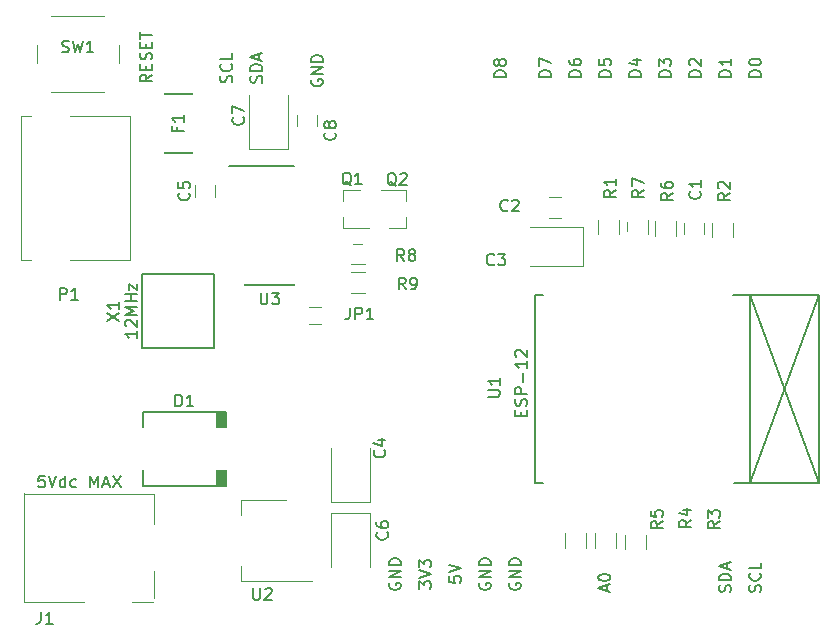
<source format=gto>
G04 #@! TF.GenerationSoftware,KiCad,Pcbnew,(2017-11-08 revision cd21218)-HEAD*
G04 #@! TF.CreationDate,2018-02-07T17:00:12+02:00*
G04 #@! TF.ProjectId,esp8266_uno,657370383236365F756E6F2E6B696361,rev?*
G04 #@! TF.SameCoordinates,Original*
G04 #@! TF.FileFunction,Legend,Top*
G04 #@! TF.FilePolarity,Positive*
%FSLAX46Y46*%
G04 Gerber Fmt 4.6, Leading zero omitted, Abs format (unit mm)*
G04 Created by KiCad (PCBNEW (2017-11-08 revision cd21218)-HEAD) date Wed Feb  7 17:00:12 2018*
%MOMM*%
%LPD*%
G01*
G04 APERTURE LIST*
%ADD10C,0.150000*%
%ADD11C,0.177800*%
%ADD12C,0.152400*%
%ADD13C,0.120000*%
%ADD14R,2.398980X3.597860*%
%ADD15O,1.500000X2.800000*%
%ADD16R,1.500000X2.800000*%
%ADD17R,3.900000X3.900000*%
%ADD18O,2.000000X2.000000*%
%ADD19R,2.000000X2.000000*%
%ADD20C,1.920000*%
%ADD21C,3.100000*%
%ADD22C,3.600000*%
%ADD23R,1.650000X1.900000*%
%ADD24R,1.900000X1.650000*%
%ADD25R,1.600000X1.300000*%
%ADD26R,1.300000X1.200000*%
%ADD27R,1.700000X1.900000*%
%ADD28R,2.400000X4.200000*%
%ADD29R,2.400000X1.900000*%
%ADD30R,1.900000X1.000000*%
%ADD31R,5.500000X1.200000*%
%ADD32R,5.500000X1.700000*%
%ADD33C,2.400000*%
%ADD34R,2.350000X2.900000*%
%ADD35R,2.900000X2.350000*%
%ADD36R,1.860000X5.240000*%
%ADD37R,1.900000X1.700000*%
G04 APERTURE END LIST*
D10*
X132535561Y-85948685D02*
X132583180Y-85805828D01*
X132583180Y-85567733D01*
X132535561Y-85472495D01*
X132487942Y-85424876D01*
X132392704Y-85377257D01*
X132297466Y-85377257D01*
X132202228Y-85424876D01*
X132154609Y-85472495D01*
X132106990Y-85567733D01*
X132059371Y-85758209D01*
X132011752Y-85853447D01*
X131964133Y-85901066D01*
X131868895Y-85948685D01*
X131773657Y-85948685D01*
X131678419Y-85901066D01*
X131630800Y-85853447D01*
X131583180Y-85758209D01*
X131583180Y-85520114D01*
X131630800Y-85377257D01*
X132583180Y-84948685D02*
X131583180Y-84948685D01*
X131583180Y-84710590D01*
X131630800Y-84567733D01*
X131726038Y-84472495D01*
X131821276Y-84424876D01*
X132011752Y-84377257D01*
X132154609Y-84377257D01*
X132345085Y-84424876D01*
X132440323Y-84472495D01*
X132535561Y-84567733D01*
X132583180Y-84710590D01*
X132583180Y-84948685D01*
X132297466Y-83996304D02*
X132297466Y-83520114D01*
X132583180Y-84091542D02*
X131583180Y-83758209D01*
X132583180Y-83424876D01*
X129995561Y-85924876D02*
X130043180Y-85782019D01*
X130043180Y-85543923D01*
X129995561Y-85448685D01*
X129947942Y-85401066D01*
X129852704Y-85353447D01*
X129757466Y-85353447D01*
X129662228Y-85401066D01*
X129614609Y-85448685D01*
X129566990Y-85543923D01*
X129519371Y-85734400D01*
X129471752Y-85829638D01*
X129424133Y-85877257D01*
X129328895Y-85924876D01*
X129233657Y-85924876D01*
X129138419Y-85877257D01*
X129090800Y-85829638D01*
X129043180Y-85734400D01*
X129043180Y-85496304D01*
X129090800Y-85353447D01*
X129947942Y-84353447D02*
X129995561Y-84401066D01*
X130043180Y-84543923D01*
X130043180Y-84639161D01*
X129995561Y-84782019D01*
X129900323Y-84877257D01*
X129805085Y-84924876D01*
X129614609Y-84972495D01*
X129471752Y-84972495D01*
X129281276Y-84924876D01*
X129186038Y-84877257D01*
X129090800Y-84782019D01*
X129043180Y-84639161D01*
X129043180Y-84543923D01*
X129090800Y-84401066D01*
X129138419Y-84353447D01*
X130043180Y-83448685D02*
X130043180Y-83924876D01*
X129043180Y-83924876D01*
X136787000Y-85699504D02*
X136739380Y-85794742D01*
X136739380Y-85937600D01*
X136787000Y-86080457D01*
X136882238Y-86175695D01*
X136977476Y-86223314D01*
X137167952Y-86270933D01*
X137310809Y-86270933D01*
X137501285Y-86223314D01*
X137596523Y-86175695D01*
X137691761Y-86080457D01*
X137739380Y-85937600D01*
X137739380Y-85842361D01*
X137691761Y-85699504D01*
X137644142Y-85651885D01*
X137310809Y-85651885D01*
X137310809Y-85842361D01*
X137739380Y-85223314D02*
X136739380Y-85223314D01*
X137739380Y-84651885D01*
X136739380Y-84651885D01*
X137739380Y-84175695D02*
X136739380Y-84175695D01*
X136739380Y-83937600D01*
X136787000Y-83794742D01*
X136882238Y-83699504D01*
X136977476Y-83651885D01*
X137167952Y-83604266D01*
X137310809Y-83604266D01*
X137501285Y-83651885D01*
X137596523Y-83699504D01*
X137691761Y-83794742D01*
X137739380Y-83937600D01*
X137739380Y-84175695D01*
X153551000Y-128320704D02*
X153503380Y-128415942D01*
X153503380Y-128558800D01*
X153551000Y-128701657D01*
X153646238Y-128796895D01*
X153741476Y-128844514D01*
X153931952Y-128892133D01*
X154074809Y-128892133D01*
X154265285Y-128844514D01*
X154360523Y-128796895D01*
X154455761Y-128701657D01*
X154503380Y-128558800D01*
X154503380Y-128463561D01*
X154455761Y-128320704D01*
X154408142Y-128273085D01*
X154074809Y-128273085D01*
X154074809Y-128463561D01*
X154503380Y-127844514D02*
X153503380Y-127844514D01*
X154503380Y-127273085D01*
X153503380Y-127273085D01*
X154503380Y-126796895D02*
X153503380Y-126796895D01*
X153503380Y-126558800D01*
X153551000Y-126415942D01*
X153646238Y-126320704D01*
X153741476Y-126273085D01*
X153931952Y-126225466D01*
X154074809Y-126225466D01*
X154265285Y-126273085D01*
X154360523Y-126320704D01*
X154455761Y-126415942D01*
X154503380Y-126558800D01*
X154503380Y-126796895D01*
X151011000Y-128320704D02*
X150963380Y-128415942D01*
X150963380Y-128558800D01*
X151011000Y-128701657D01*
X151106238Y-128796895D01*
X151201476Y-128844514D01*
X151391952Y-128892133D01*
X151534809Y-128892133D01*
X151725285Y-128844514D01*
X151820523Y-128796895D01*
X151915761Y-128701657D01*
X151963380Y-128558800D01*
X151963380Y-128463561D01*
X151915761Y-128320704D01*
X151868142Y-128273085D01*
X151534809Y-128273085D01*
X151534809Y-128463561D01*
X151963380Y-127844514D02*
X150963380Y-127844514D01*
X151963380Y-127273085D01*
X150963380Y-127273085D01*
X151963380Y-126796895D02*
X150963380Y-126796895D01*
X150963380Y-126558800D01*
X151011000Y-126415942D01*
X151106238Y-126320704D01*
X151201476Y-126273085D01*
X151391952Y-126225466D01*
X151534809Y-126225466D01*
X151725285Y-126273085D01*
X151820523Y-126320704D01*
X151915761Y-126415942D01*
X151963380Y-126558800D01*
X151963380Y-126796895D01*
X148423380Y-127749276D02*
X148423380Y-128225466D01*
X148899571Y-128273085D01*
X148851952Y-128225466D01*
X148804333Y-128130228D01*
X148804333Y-127892133D01*
X148851952Y-127796895D01*
X148899571Y-127749276D01*
X148994809Y-127701657D01*
X149232904Y-127701657D01*
X149328142Y-127749276D01*
X149375761Y-127796895D01*
X149423380Y-127892133D01*
X149423380Y-128130228D01*
X149375761Y-128225466D01*
X149328142Y-128273085D01*
X148423380Y-127415942D02*
X149423380Y-127082609D01*
X148423380Y-126749276D01*
X145883380Y-128796895D02*
X145883380Y-128177847D01*
X146264333Y-128511180D01*
X146264333Y-128368323D01*
X146311952Y-128273085D01*
X146359571Y-128225466D01*
X146454809Y-128177847D01*
X146692904Y-128177847D01*
X146788142Y-128225466D01*
X146835761Y-128273085D01*
X146883380Y-128368323D01*
X146883380Y-128654038D01*
X146835761Y-128749276D01*
X146788142Y-128796895D01*
X145883380Y-127892133D02*
X146883380Y-127558800D01*
X145883380Y-127225466D01*
X145883380Y-126987371D02*
X145883380Y-126368323D01*
X146264333Y-126701657D01*
X146264333Y-126558800D01*
X146311952Y-126463561D01*
X146359571Y-126415942D01*
X146454809Y-126368323D01*
X146692904Y-126368323D01*
X146788142Y-126415942D01*
X146835761Y-126463561D01*
X146883380Y-126558800D01*
X146883380Y-126844514D01*
X146835761Y-126939752D01*
X146788142Y-126987371D01*
X143391000Y-128320704D02*
X143343380Y-128415942D01*
X143343380Y-128558800D01*
X143391000Y-128701657D01*
X143486238Y-128796895D01*
X143581476Y-128844514D01*
X143771952Y-128892133D01*
X143914809Y-128892133D01*
X144105285Y-128844514D01*
X144200523Y-128796895D01*
X144295761Y-128701657D01*
X144343380Y-128558800D01*
X144343380Y-128463561D01*
X144295761Y-128320704D01*
X144248142Y-128273085D01*
X143914809Y-128273085D01*
X143914809Y-128463561D01*
X144343380Y-127844514D02*
X143343380Y-127844514D01*
X144343380Y-127273085D01*
X143343380Y-127273085D01*
X144343380Y-126796895D02*
X143343380Y-126796895D01*
X143343380Y-126558800D01*
X143391000Y-126415942D01*
X143486238Y-126320704D01*
X143581476Y-126273085D01*
X143771952Y-126225466D01*
X143914809Y-126225466D01*
X144105285Y-126273085D01*
X144200523Y-126320704D01*
X144295761Y-126415942D01*
X144343380Y-126558800D01*
X144343380Y-126796895D01*
X161761466Y-128984285D02*
X161761466Y-128508095D01*
X162047180Y-129079523D02*
X161047180Y-128746190D01*
X162047180Y-128412857D01*
X161047180Y-127889047D02*
X161047180Y-127793809D01*
X161094800Y-127698571D01*
X161142419Y-127650952D01*
X161237657Y-127603333D01*
X161428133Y-127555714D01*
X161666228Y-127555714D01*
X161856704Y-127603333D01*
X161951942Y-127650952D01*
X161999561Y-127698571D01*
X162047180Y-127793809D01*
X162047180Y-127889047D01*
X161999561Y-127984285D01*
X161951942Y-128031904D01*
X161856704Y-128079523D01*
X161666228Y-128127142D01*
X161428133Y-128127142D01*
X161237657Y-128079523D01*
X161142419Y-128031904D01*
X161094800Y-127984285D01*
X161047180Y-127889047D01*
X174750361Y-129054076D02*
X174797980Y-128911219D01*
X174797980Y-128673123D01*
X174750361Y-128577885D01*
X174702742Y-128530266D01*
X174607504Y-128482647D01*
X174512266Y-128482647D01*
X174417028Y-128530266D01*
X174369409Y-128577885D01*
X174321790Y-128673123D01*
X174274171Y-128863600D01*
X174226552Y-128958838D01*
X174178933Y-129006457D01*
X174083695Y-129054076D01*
X173988457Y-129054076D01*
X173893219Y-129006457D01*
X173845600Y-128958838D01*
X173797980Y-128863600D01*
X173797980Y-128625504D01*
X173845600Y-128482647D01*
X174702742Y-127482647D02*
X174750361Y-127530266D01*
X174797980Y-127673123D01*
X174797980Y-127768361D01*
X174750361Y-127911219D01*
X174655123Y-128006457D01*
X174559885Y-128054076D01*
X174369409Y-128101695D01*
X174226552Y-128101695D01*
X174036076Y-128054076D01*
X173940838Y-128006457D01*
X173845600Y-127911219D01*
X173797980Y-127768361D01*
X173797980Y-127673123D01*
X173845600Y-127530266D01*
X173893219Y-127482647D01*
X174797980Y-126577885D02*
X174797980Y-127054076D01*
X173797980Y-127054076D01*
X172210361Y-129077885D02*
X172257980Y-128935028D01*
X172257980Y-128696933D01*
X172210361Y-128601695D01*
X172162742Y-128554076D01*
X172067504Y-128506457D01*
X171972266Y-128506457D01*
X171877028Y-128554076D01*
X171829409Y-128601695D01*
X171781790Y-128696933D01*
X171734171Y-128887409D01*
X171686552Y-128982647D01*
X171638933Y-129030266D01*
X171543695Y-129077885D01*
X171448457Y-129077885D01*
X171353219Y-129030266D01*
X171305600Y-128982647D01*
X171257980Y-128887409D01*
X171257980Y-128649314D01*
X171305600Y-128506457D01*
X172257980Y-128077885D02*
X171257980Y-128077885D01*
X171257980Y-127839790D01*
X171305600Y-127696933D01*
X171400838Y-127601695D01*
X171496076Y-127554076D01*
X171686552Y-127506457D01*
X171829409Y-127506457D01*
X172019885Y-127554076D01*
X172115123Y-127601695D01*
X172210361Y-127696933D01*
X172257980Y-127839790D01*
X172257980Y-128077885D01*
X171972266Y-127125504D02*
X171972266Y-126649314D01*
X172257980Y-127220742D02*
X171257980Y-126887409D01*
X172257980Y-126554076D01*
X153207980Y-85472495D02*
X152207980Y-85472495D01*
X152207980Y-85234400D01*
X152255600Y-85091542D01*
X152350838Y-84996304D01*
X152446076Y-84948685D01*
X152636552Y-84901066D01*
X152779409Y-84901066D01*
X152969885Y-84948685D01*
X153065123Y-84996304D01*
X153160361Y-85091542D01*
X153207980Y-85234400D01*
X153207980Y-85472495D01*
X152636552Y-84329638D02*
X152588933Y-84424876D01*
X152541314Y-84472495D01*
X152446076Y-84520114D01*
X152398457Y-84520114D01*
X152303219Y-84472495D01*
X152255600Y-84424876D01*
X152207980Y-84329638D01*
X152207980Y-84139161D01*
X152255600Y-84043923D01*
X152303219Y-83996304D01*
X152398457Y-83948685D01*
X152446076Y-83948685D01*
X152541314Y-83996304D01*
X152588933Y-84043923D01*
X152636552Y-84139161D01*
X152636552Y-84329638D01*
X152684171Y-84424876D01*
X152731790Y-84472495D01*
X152827028Y-84520114D01*
X153017504Y-84520114D01*
X153112742Y-84472495D01*
X153160361Y-84424876D01*
X153207980Y-84329638D01*
X153207980Y-84139161D01*
X153160361Y-84043923D01*
X153112742Y-83996304D01*
X153017504Y-83948685D01*
X152827028Y-83948685D01*
X152731790Y-83996304D01*
X152684171Y-84043923D01*
X152636552Y-84139161D01*
X174823380Y-85447095D02*
X173823380Y-85447095D01*
X173823380Y-85209000D01*
X173871000Y-85066142D01*
X173966238Y-84970904D01*
X174061476Y-84923285D01*
X174251952Y-84875666D01*
X174394809Y-84875666D01*
X174585285Y-84923285D01*
X174680523Y-84970904D01*
X174775761Y-85066142D01*
X174823380Y-85209000D01*
X174823380Y-85447095D01*
X173823380Y-84256619D02*
X173823380Y-84161380D01*
X173871000Y-84066142D01*
X173918619Y-84018523D01*
X174013857Y-83970904D01*
X174204333Y-83923285D01*
X174442428Y-83923285D01*
X174632904Y-83970904D01*
X174728142Y-84018523D01*
X174775761Y-84066142D01*
X174823380Y-84161380D01*
X174823380Y-84256619D01*
X174775761Y-84351857D01*
X174728142Y-84399476D01*
X174632904Y-84447095D01*
X174442428Y-84494714D01*
X174204333Y-84494714D01*
X174013857Y-84447095D01*
X173918619Y-84399476D01*
X173871000Y-84351857D01*
X173823380Y-84256619D01*
X172283380Y-85447095D02*
X171283380Y-85447095D01*
X171283380Y-85209000D01*
X171331000Y-85066142D01*
X171426238Y-84970904D01*
X171521476Y-84923285D01*
X171711952Y-84875666D01*
X171854809Y-84875666D01*
X172045285Y-84923285D01*
X172140523Y-84970904D01*
X172235761Y-85066142D01*
X172283380Y-85209000D01*
X172283380Y-85447095D01*
X172283380Y-83923285D02*
X172283380Y-84494714D01*
X172283380Y-84209000D02*
X171283380Y-84209000D01*
X171426238Y-84304238D01*
X171521476Y-84399476D01*
X171569095Y-84494714D01*
X169743380Y-85447095D02*
X168743380Y-85447095D01*
X168743380Y-85209000D01*
X168791000Y-85066142D01*
X168886238Y-84970904D01*
X168981476Y-84923285D01*
X169171952Y-84875666D01*
X169314809Y-84875666D01*
X169505285Y-84923285D01*
X169600523Y-84970904D01*
X169695761Y-85066142D01*
X169743380Y-85209000D01*
X169743380Y-85447095D01*
X168838619Y-84494714D02*
X168791000Y-84447095D01*
X168743380Y-84351857D01*
X168743380Y-84113761D01*
X168791000Y-84018523D01*
X168838619Y-83970904D01*
X168933857Y-83923285D01*
X169029095Y-83923285D01*
X169171952Y-83970904D01*
X169743380Y-84542333D01*
X169743380Y-83923285D01*
X167203380Y-85447095D02*
X166203380Y-85447095D01*
X166203380Y-85209000D01*
X166251000Y-85066142D01*
X166346238Y-84970904D01*
X166441476Y-84923285D01*
X166631952Y-84875666D01*
X166774809Y-84875666D01*
X166965285Y-84923285D01*
X167060523Y-84970904D01*
X167155761Y-85066142D01*
X167203380Y-85209000D01*
X167203380Y-85447095D01*
X166203380Y-84542333D02*
X166203380Y-83923285D01*
X166584333Y-84256619D01*
X166584333Y-84113761D01*
X166631952Y-84018523D01*
X166679571Y-83970904D01*
X166774809Y-83923285D01*
X167012904Y-83923285D01*
X167108142Y-83970904D01*
X167155761Y-84018523D01*
X167203380Y-84113761D01*
X167203380Y-84399476D01*
X167155761Y-84494714D01*
X167108142Y-84542333D01*
X164663380Y-85447095D02*
X163663380Y-85447095D01*
X163663380Y-85209000D01*
X163711000Y-85066142D01*
X163806238Y-84970904D01*
X163901476Y-84923285D01*
X164091952Y-84875666D01*
X164234809Y-84875666D01*
X164425285Y-84923285D01*
X164520523Y-84970904D01*
X164615761Y-85066142D01*
X164663380Y-85209000D01*
X164663380Y-85447095D01*
X163996714Y-84018523D02*
X164663380Y-84018523D01*
X163615761Y-84256619D02*
X164330047Y-84494714D01*
X164330047Y-83875666D01*
X162123380Y-85447095D02*
X161123380Y-85447095D01*
X161123380Y-85209000D01*
X161171000Y-85066142D01*
X161266238Y-84970904D01*
X161361476Y-84923285D01*
X161551952Y-84875666D01*
X161694809Y-84875666D01*
X161885285Y-84923285D01*
X161980523Y-84970904D01*
X162075761Y-85066142D01*
X162123380Y-85209000D01*
X162123380Y-85447095D01*
X161123380Y-83970904D02*
X161123380Y-84447095D01*
X161599571Y-84494714D01*
X161551952Y-84447095D01*
X161504333Y-84351857D01*
X161504333Y-84113761D01*
X161551952Y-84018523D01*
X161599571Y-83970904D01*
X161694809Y-83923285D01*
X161932904Y-83923285D01*
X162028142Y-83970904D01*
X162075761Y-84018523D01*
X162123380Y-84113761D01*
X162123380Y-84351857D01*
X162075761Y-84447095D01*
X162028142Y-84494714D01*
X159583380Y-85447095D02*
X158583380Y-85447095D01*
X158583380Y-85209000D01*
X158631000Y-85066142D01*
X158726238Y-84970904D01*
X158821476Y-84923285D01*
X159011952Y-84875666D01*
X159154809Y-84875666D01*
X159345285Y-84923285D01*
X159440523Y-84970904D01*
X159535761Y-85066142D01*
X159583380Y-85209000D01*
X159583380Y-85447095D01*
X158583380Y-84018523D02*
X158583380Y-84209000D01*
X158631000Y-84304238D01*
X158678619Y-84351857D01*
X158821476Y-84447095D01*
X159011952Y-84494714D01*
X159392904Y-84494714D01*
X159488142Y-84447095D01*
X159535761Y-84399476D01*
X159583380Y-84304238D01*
X159583380Y-84113761D01*
X159535761Y-84018523D01*
X159488142Y-83970904D01*
X159392904Y-83923285D01*
X159154809Y-83923285D01*
X159059571Y-83970904D01*
X159011952Y-84018523D01*
X158964333Y-84113761D01*
X158964333Y-84304238D01*
X159011952Y-84399476D01*
X159059571Y-84447095D01*
X159154809Y-84494714D01*
X157043380Y-85447095D02*
X156043380Y-85447095D01*
X156043380Y-85209000D01*
X156091000Y-85066142D01*
X156186238Y-84970904D01*
X156281476Y-84923285D01*
X156471952Y-84875666D01*
X156614809Y-84875666D01*
X156805285Y-84923285D01*
X156900523Y-84970904D01*
X156995761Y-85066142D01*
X157043380Y-85209000D01*
X157043380Y-85447095D01*
X156043380Y-84542333D02*
X156043380Y-83875666D01*
X157043380Y-84304238D01*
X114165428Y-119213380D02*
X113689238Y-119213380D01*
X113641619Y-119689571D01*
X113689238Y-119641952D01*
X113784476Y-119594333D01*
X114022571Y-119594333D01*
X114117809Y-119641952D01*
X114165428Y-119689571D01*
X114213047Y-119784809D01*
X114213047Y-120022904D01*
X114165428Y-120118142D01*
X114117809Y-120165761D01*
X114022571Y-120213380D01*
X113784476Y-120213380D01*
X113689238Y-120165761D01*
X113641619Y-120118142D01*
X114498761Y-119213380D02*
X114832095Y-120213380D01*
X115165428Y-119213380D01*
X115927333Y-120213380D02*
X115927333Y-119213380D01*
X115927333Y-120165761D02*
X115832095Y-120213380D01*
X115641619Y-120213380D01*
X115546380Y-120165761D01*
X115498761Y-120118142D01*
X115451142Y-120022904D01*
X115451142Y-119737190D01*
X115498761Y-119641952D01*
X115546380Y-119594333D01*
X115641619Y-119546714D01*
X115832095Y-119546714D01*
X115927333Y-119594333D01*
X116832095Y-120165761D02*
X116736857Y-120213380D01*
X116546380Y-120213380D01*
X116451142Y-120165761D01*
X116403523Y-120118142D01*
X116355904Y-120022904D01*
X116355904Y-119737190D01*
X116403523Y-119641952D01*
X116451142Y-119594333D01*
X116546380Y-119546714D01*
X116736857Y-119546714D01*
X116832095Y-119594333D01*
X118022571Y-120213380D02*
X118022571Y-119213380D01*
X118355904Y-119927666D01*
X118689238Y-119213380D01*
X118689238Y-120213380D01*
X119117809Y-119927666D02*
X119594000Y-119927666D01*
X119022571Y-120213380D02*
X119355904Y-119213380D01*
X119689238Y-120213380D01*
X119927333Y-119213380D02*
X120594000Y-120213380D01*
X120594000Y-119213380D02*
X119927333Y-120213380D01*
D11*
X129384000Y-120067000D02*
X129384000Y-113869400D01*
X128784540Y-113868200D02*
X128784540Y-120065800D01*
X128883600Y-120065800D02*
X128883600Y-113868200D01*
X128985200Y-113868200D02*
X128985200Y-120065800D01*
X129084260Y-120065800D02*
X129084260Y-113868200D01*
X129183320Y-113868200D02*
X129183320Y-120065800D01*
X129284920Y-120065800D02*
X129284920Y-113868200D01*
X129481580Y-120065800D02*
X122486420Y-120065800D01*
X122483880Y-120065800D02*
X122483880Y-113868200D01*
X122483880Y-113868200D02*
X129484120Y-113868200D01*
X129484120Y-113868200D02*
X129484120Y-120065800D01*
D12*
X172480777Y-103886000D02*
X179723000Y-103886000D01*
X155723000Y-119886000D02*
X155723000Y-103886000D01*
X179723000Y-119886000D02*
X172574784Y-119886000D01*
X179723000Y-119886000D02*
X179723000Y-103886000D01*
X173923000Y-103886000D02*
X173923000Y-119886000D01*
X179723000Y-103886000D02*
X173923000Y-119886000D01*
X179723000Y-119886000D02*
X173923000Y-103886000D01*
X156337001Y-119886000D02*
X155701997Y-119886000D01*
X156337000Y-103886000D02*
X155701996Y-103886000D01*
D13*
X117555000Y-129949000D02*
X112392673Y-129949000D01*
X112395000Y-129921000D02*
X112395000Y-120721000D01*
X123455000Y-127249000D02*
X123455000Y-129949000D01*
X123455000Y-129949000D02*
X121555000Y-129949000D01*
X112394965Y-120749000D02*
X123455000Y-120749000D01*
X123455000Y-120749000D02*
X123455000Y-123349000D01*
X113030000Y-88769000D02*
X112140992Y-88769000D01*
X121410000Y-88769000D02*
X116330000Y-88769000D01*
X113030000Y-100969000D02*
X112140992Y-100969000D01*
X121410000Y-100969000D02*
X116330000Y-100969000D01*
X112141000Y-100965000D02*
X112141000Y-88773000D01*
X121410000Y-88769000D02*
X121410000Y-100969000D01*
X168314000Y-97798000D02*
X168314000Y-98798000D01*
X170014000Y-98798000D02*
X170014000Y-97798000D01*
X157853000Y-95670000D02*
X156853000Y-95670000D01*
X156853000Y-97370000D02*
X157853000Y-97370000D01*
X126912000Y-94623000D02*
X126912000Y-95623000D01*
X128612000Y-95623000D02*
X128612000Y-94623000D01*
X135548000Y-88654000D02*
X135548000Y-89654000D01*
X137248000Y-89654000D02*
X137248000Y-88654000D01*
X136533000Y-104984000D02*
X137533000Y-104984000D01*
X137533000Y-106344000D02*
X136533000Y-106344000D01*
X139448000Y-95067000D02*
X140908000Y-95067000D01*
X139448000Y-98227000D02*
X141608000Y-98227000D01*
X139448000Y-98227000D02*
X139448000Y-97297000D01*
X139448000Y-95067000D02*
X139448000Y-95997000D01*
X144778000Y-98227000D02*
X144778000Y-97297000D01*
X144778000Y-95067000D02*
X144778000Y-95997000D01*
X144778000Y-95067000D02*
X142618000Y-95067000D01*
X144778000Y-98227000D02*
X143318000Y-98227000D01*
X162805000Y-97571000D02*
X162805000Y-98771000D01*
X161045000Y-98771000D02*
X161045000Y-97571000D01*
X172457000Y-97825000D02*
X172457000Y-99025000D01*
X170697000Y-99025000D02*
X170697000Y-97825000D01*
X165091000Y-124241000D02*
X165091000Y-125441000D01*
X163331000Y-125441000D02*
X163331000Y-124241000D01*
X160791000Y-125314000D02*
X160791000Y-124114000D01*
X162551000Y-124114000D02*
X162551000Y-125314000D01*
X160011000Y-124114000D02*
X160011000Y-125314000D01*
X158251000Y-125314000D02*
X158251000Y-124114000D01*
X167631000Y-97698000D02*
X167631000Y-98898000D01*
X165871000Y-98898000D02*
X165871000Y-97698000D01*
X165218000Y-97571000D02*
X165218000Y-98771000D01*
X163458000Y-98771000D02*
X163458000Y-97571000D01*
X130805000Y-121304000D02*
X130805000Y-122564000D01*
X130805000Y-128124000D02*
X130805000Y-126864000D01*
X134565000Y-121304000D02*
X130805000Y-121304000D01*
X136815000Y-128124000D02*
X130805000Y-128124000D01*
D10*
X131148000Y-92969000D02*
X131148000Y-92994000D01*
X135298000Y-92969000D02*
X135298000Y-93074000D01*
X135298000Y-103119000D02*
X135298000Y-103014000D01*
X131148000Y-103119000D02*
X131148000Y-103014000D01*
X131148000Y-92969000D02*
X135298000Y-92969000D01*
X131148000Y-103119000D02*
X135298000Y-103119000D01*
X131148000Y-92994000D02*
X129773000Y-92994000D01*
X128524000Y-102184200D02*
X122426000Y-102183000D01*
X122426000Y-102183000D02*
X122426000Y-108383000D01*
X122426000Y-108383000D02*
X128526000Y-108383000D01*
X128526000Y-108383000D02*
X128524000Y-102184200D01*
D13*
X114728500Y-86780000D02*
X119228500Y-86780000D01*
X113478500Y-82780000D02*
X113478500Y-84280000D01*
X119228500Y-80280000D02*
X114728500Y-80280000D01*
X120478500Y-84280000D02*
X120478500Y-82780000D01*
X159772000Y-101472000D02*
X155222000Y-101472000D01*
X159772000Y-98172000D02*
X155222000Y-98172000D01*
X159772000Y-101472000D02*
X159772000Y-98172000D01*
X138431000Y-121418000D02*
X141731000Y-121418000D01*
X141731000Y-121418000D02*
X141731000Y-116868000D01*
X138431000Y-121418000D02*
X138431000Y-116868000D01*
X141731000Y-122422000D02*
X138431000Y-122422000D01*
X138431000Y-122422000D02*
X138431000Y-126972000D01*
X141731000Y-122422000D02*
X141731000Y-126972000D01*
X131446000Y-91573000D02*
X131446000Y-87023000D01*
X134746000Y-91573000D02*
X134746000Y-87023000D01*
X131446000Y-91573000D02*
X134746000Y-91573000D01*
D10*
X122756000Y-91898000D02*
X128196000Y-91898000D01*
X122756000Y-86918000D02*
X128196000Y-86918000D01*
D13*
X140116000Y-99577000D02*
X141316000Y-99577000D01*
X141316000Y-101337000D02*
X140116000Y-101337000D01*
X141316000Y-103750000D02*
X140116000Y-103750000D01*
X140116000Y-101990000D02*
X141316000Y-101990000D01*
D10*
X125245904Y-113355380D02*
X125245904Y-112355380D01*
X125484000Y-112355380D01*
X125626857Y-112403000D01*
X125722095Y-112498238D01*
X125769714Y-112593476D01*
X125817333Y-112783952D01*
X125817333Y-112926809D01*
X125769714Y-113117285D01*
X125722095Y-113212523D01*
X125626857Y-113307761D01*
X125484000Y-113355380D01*
X125245904Y-113355380D01*
X126769714Y-113355380D02*
X126198285Y-113355380D01*
X126484000Y-113355380D02*
X126484000Y-112355380D01*
X126388761Y-112498238D01*
X126293523Y-112593476D01*
X126198285Y-112641095D01*
X151725380Y-112521904D02*
X152534904Y-112521904D01*
X152630142Y-112474285D01*
X152677761Y-112426666D01*
X152725380Y-112331428D01*
X152725380Y-112140952D01*
X152677761Y-112045714D01*
X152630142Y-111998095D01*
X152534904Y-111950476D01*
X151725380Y-111950476D01*
X152725380Y-110950476D02*
X152725380Y-111521904D01*
X152725380Y-111236190D02*
X151725380Y-111236190D01*
X151868238Y-111331428D01*
X151963476Y-111426666D01*
X152011095Y-111521904D01*
X154487571Y-114140904D02*
X154487571Y-113807571D01*
X155011380Y-113664714D02*
X155011380Y-114140904D01*
X154011380Y-114140904D01*
X154011380Y-113664714D01*
X154963761Y-113283761D02*
X155011380Y-113140904D01*
X155011380Y-112902809D01*
X154963761Y-112807571D01*
X154916142Y-112759952D01*
X154820904Y-112712333D01*
X154725666Y-112712333D01*
X154630428Y-112759952D01*
X154582809Y-112807571D01*
X154535190Y-112902809D01*
X154487571Y-113093285D01*
X154439952Y-113188523D01*
X154392333Y-113236142D01*
X154297095Y-113283761D01*
X154201857Y-113283761D01*
X154106619Y-113236142D01*
X154059000Y-113188523D01*
X154011380Y-113093285D01*
X154011380Y-112855190D01*
X154059000Y-112712333D01*
X155011380Y-112283761D02*
X154011380Y-112283761D01*
X154011380Y-111902809D01*
X154059000Y-111807571D01*
X154106619Y-111759952D01*
X154201857Y-111712333D01*
X154344714Y-111712333D01*
X154439952Y-111759952D01*
X154487571Y-111807571D01*
X154535190Y-111902809D01*
X154535190Y-112283761D01*
X154630428Y-111283761D02*
X154630428Y-110521857D01*
X155011380Y-109521857D02*
X155011380Y-110093285D01*
X155011380Y-109807571D02*
X154011380Y-109807571D01*
X154154238Y-109902809D01*
X154249476Y-109998047D01*
X154297095Y-110093285D01*
X154106619Y-109140904D02*
X154059000Y-109093285D01*
X154011380Y-108998047D01*
X154011380Y-108759952D01*
X154059000Y-108664714D01*
X154106619Y-108617095D01*
X154201857Y-108569476D01*
X154297095Y-108569476D01*
X154439952Y-108617095D01*
X155011380Y-109188523D01*
X155011380Y-108569476D01*
X113839666Y-130770380D02*
X113839666Y-131484666D01*
X113792047Y-131627523D01*
X113696809Y-131722761D01*
X113553952Y-131770380D01*
X113458714Y-131770380D01*
X114839666Y-131770380D02*
X114268238Y-131770380D01*
X114553952Y-131770380D02*
X114553952Y-130770380D01*
X114458714Y-130913238D01*
X114363476Y-131008476D01*
X114268238Y-131056095D01*
X115466904Y-104338380D02*
X115466904Y-103338380D01*
X115847857Y-103338380D01*
X115943095Y-103386000D01*
X115990714Y-103433619D01*
X116038333Y-103528857D01*
X116038333Y-103671714D01*
X115990714Y-103766952D01*
X115943095Y-103814571D01*
X115847857Y-103862190D01*
X115466904Y-103862190D01*
X116990714Y-104338380D02*
X116419285Y-104338380D01*
X116705000Y-104338380D02*
X116705000Y-103338380D01*
X116609761Y-103481238D01*
X116514523Y-103576476D01*
X116419285Y-103624095D01*
X169648142Y-95162666D02*
X169695761Y-95210285D01*
X169743380Y-95353142D01*
X169743380Y-95448380D01*
X169695761Y-95591238D01*
X169600523Y-95686476D01*
X169505285Y-95734095D01*
X169314809Y-95781714D01*
X169171952Y-95781714D01*
X168981476Y-95734095D01*
X168886238Y-95686476D01*
X168791000Y-95591238D01*
X168743380Y-95448380D01*
X168743380Y-95353142D01*
X168791000Y-95210285D01*
X168838619Y-95162666D01*
X169743380Y-94210285D02*
X169743380Y-94781714D01*
X169743380Y-94496000D02*
X168743380Y-94496000D01*
X168886238Y-94591238D01*
X168981476Y-94686476D01*
X169029095Y-94781714D01*
X153376333Y-96750142D02*
X153328714Y-96797761D01*
X153185857Y-96845380D01*
X153090619Y-96845380D01*
X152947761Y-96797761D01*
X152852523Y-96702523D01*
X152804904Y-96607285D01*
X152757285Y-96416809D01*
X152757285Y-96273952D01*
X152804904Y-96083476D01*
X152852523Y-95988238D01*
X152947761Y-95893000D01*
X153090619Y-95845380D01*
X153185857Y-95845380D01*
X153328714Y-95893000D01*
X153376333Y-95940619D01*
X153757285Y-95940619D02*
X153804904Y-95893000D01*
X153900142Y-95845380D01*
X154138238Y-95845380D01*
X154233476Y-95893000D01*
X154281095Y-95940619D01*
X154328714Y-96035857D01*
X154328714Y-96131095D01*
X154281095Y-96273952D01*
X153709666Y-96845380D01*
X154328714Y-96845380D01*
X126369142Y-95289666D02*
X126416761Y-95337285D01*
X126464380Y-95480142D01*
X126464380Y-95575380D01*
X126416761Y-95718238D01*
X126321523Y-95813476D01*
X126226285Y-95861095D01*
X126035809Y-95908714D01*
X125892952Y-95908714D01*
X125702476Y-95861095D01*
X125607238Y-95813476D01*
X125512000Y-95718238D01*
X125464380Y-95575380D01*
X125464380Y-95480142D01*
X125512000Y-95337285D01*
X125559619Y-95289666D01*
X125464380Y-94384904D02*
X125464380Y-94861095D01*
X125940571Y-94908714D01*
X125892952Y-94861095D01*
X125845333Y-94765857D01*
X125845333Y-94527761D01*
X125892952Y-94432523D01*
X125940571Y-94384904D01*
X126035809Y-94337285D01*
X126273904Y-94337285D01*
X126369142Y-94384904D01*
X126416761Y-94432523D01*
X126464380Y-94527761D01*
X126464380Y-94765857D01*
X126416761Y-94861095D01*
X126369142Y-94908714D01*
X138736342Y-90184266D02*
X138783961Y-90231885D01*
X138831580Y-90374742D01*
X138831580Y-90469980D01*
X138783961Y-90612838D01*
X138688723Y-90708076D01*
X138593485Y-90755695D01*
X138403009Y-90803314D01*
X138260152Y-90803314D01*
X138069676Y-90755695D01*
X137974438Y-90708076D01*
X137879200Y-90612838D01*
X137831580Y-90469980D01*
X137831580Y-90374742D01*
X137879200Y-90231885D01*
X137926819Y-90184266D01*
X138260152Y-89612838D02*
X138212533Y-89708076D01*
X138164914Y-89755695D01*
X138069676Y-89803314D01*
X138022057Y-89803314D01*
X137926819Y-89755695D01*
X137879200Y-89708076D01*
X137831580Y-89612838D01*
X137831580Y-89422361D01*
X137879200Y-89327123D01*
X137926819Y-89279504D01*
X138022057Y-89231885D01*
X138069676Y-89231885D01*
X138164914Y-89279504D01*
X138212533Y-89327123D01*
X138260152Y-89422361D01*
X138260152Y-89612838D01*
X138307771Y-89708076D01*
X138355390Y-89755695D01*
X138450628Y-89803314D01*
X138641104Y-89803314D01*
X138736342Y-89755695D01*
X138783961Y-89708076D01*
X138831580Y-89612838D01*
X138831580Y-89422361D01*
X138783961Y-89327123D01*
X138736342Y-89279504D01*
X138641104Y-89231885D01*
X138450628Y-89231885D01*
X138355390Y-89279504D01*
X138307771Y-89327123D01*
X138260152Y-89422361D01*
X140009666Y-104989380D02*
X140009666Y-105703666D01*
X139962047Y-105846523D01*
X139866809Y-105941761D01*
X139723952Y-105989380D01*
X139628714Y-105989380D01*
X140485857Y-105989380D02*
X140485857Y-104989380D01*
X140866809Y-104989380D01*
X140962047Y-105037000D01*
X141009666Y-105084619D01*
X141057285Y-105179857D01*
X141057285Y-105322714D01*
X141009666Y-105417952D01*
X140962047Y-105465571D01*
X140866809Y-105513190D01*
X140485857Y-105513190D01*
X142009666Y-105989380D02*
X141438238Y-105989380D01*
X141723952Y-105989380D02*
X141723952Y-104989380D01*
X141628714Y-105132238D01*
X141533476Y-105227476D01*
X141438238Y-105275095D01*
X140112761Y-94654619D02*
X140017523Y-94607000D01*
X139922285Y-94511761D01*
X139779428Y-94368904D01*
X139684190Y-94321285D01*
X139588952Y-94321285D01*
X139636571Y-94559380D02*
X139541333Y-94511761D01*
X139446095Y-94416523D01*
X139398476Y-94226047D01*
X139398476Y-93892714D01*
X139446095Y-93702238D01*
X139541333Y-93607000D01*
X139636571Y-93559380D01*
X139827047Y-93559380D01*
X139922285Y-93607000D01*
X140017523Y-93702238D01*
X140065142Y-93892714D01*
X140065142Y-94226047D01*
X140017523Y-94416523D01*
X139922285Y-94511761D01*
X139827047Y-94559380D01*
X139636571Y-94559380D01*
X141017523Y-94559380D02*
X140446095Y-94559380D01*
X140731809Y-94559380D02*
X140731809Y-93559380D01*
X140636571Y-93702238D01*
X140541333Y-93797476D01*
X140446095Y-93845095D01*
X143922761Y-94694619D02*
X143827523Y-94647000D01*
X143732285Y-94551761D01*
X143589428Y-94408904D01*
X143494190Y-94361285D01*
X143398952Y-94361285D01*
X143446571Y-94599380D02*
X143351333Y-94551761D01*
X143256095Y-94456523D01*
X143208476Y-94266047D01*
X143208476Y-93932714D01*
X143256095Y-93742238D01*
X143351333Y-93647000D01*
X143446571Y-93599380D01*
X143637047Y-93599380D01*
X143732285Y-93647000D01*
X143827523Y-93742238D01*
X143875142Y-93932714D01*
X143875142Y-94266047D01*
X143827523Y-94456523D01*
X143732285Y-94551761D01*
X143637047Y-94599380D01*
X143446571Y-94599380D01*
X144256095Y-93694619D02*
X144303714Y-93647000D01*
X144398952Y-93599380D01*
X144637047Y-93599380D01*
X144732285Y-93647000D01*
X144779904Y-93694619D01*
X144827523Y-93789857D01*
X144827523Y-93885095D01*
X144779904Y-94027952D01*
X144208476Y-94599380D01*
X144827523Y-94599380D01*
X162504380Y-95035666D02*
X162028190Y-95369000D01*
X162504380Y-95607095D02*
X161504380Y-95607095D01*
X161504380Y-95226142D01*
X161552000Y-95130904D01*
X161599619Y-95083285D01*
X161694857Y-95035666D01*
X161837714Y-95035666D01*
X161932952Y-95083285D01*
X161980571Y-95130904D01*
X162028190Y-95226142D01*
X162028190Y-95607095D01*
X162504380Y-94083285D02*
X162504380Y-94654714D01*
X162504380Y-94369000D02*
X161504380Y-94369000D01*
X161647238Y-94464238D01*
X161742476Y-94559476D01*
X161790095Y-94654714D01*
X172156380Y-95289666D02*
X171680190Y-95623000D01*
X172156380Y-95861095D02*
X171156380Y-95861095D01*
X171156380Y-95480142D01*
X171204000Y-95384904D01*
X171251619Y-95337285D01*
X171346857Y-95289666D01*
X171489714Y-95289666D01*
X171584952Y-95337285D01*
X171632571Y-95384904D01*
X171680190Y-95480142D01*
X171680190Y-95861095D01*
X171251619Y-94908714D02*
X171204000Y-94861095D01*
X171156380Y-94765857D01*
X171156380Y-94527761D01*
X171204000Y-94432523D01*
X171251619Y-94384904D01*
X171346857Y-94337285D01*
X171442095Y-94337285D01*
X171584952Y-94384904D01*
X172156380Y-94956333D01*
X172156380Y-94337285D01*
X171318180Y-123102666D02*
X170841990Y-123436000D01*
X171318180Y-123674095D02*
X170318180Y-123674095D01*
X170318180Y-123293142D01*
X170365800Y-123197904D01*
X170413419Y-123150285D01*
X170508657Y-123102666D01*
X170651514Y-123102666D01*
X170746752Y-123150285D01*
X170794371Y-123197904D01*
X170841990Y-123293142D01*
X170841990Y-123674095D01*
X170318180Y-122769333D02*
X170318180Y-122150285D01*
X170699133Y-122483619D01*
X170699133Y-122340761D01*
X170746752Y-122245523D01*
X170794371Y-122197904D01*
X170889609Y-122150285D01*
X171127704Y-122150285D01*
X171222942Y-122197904D01*
X171270561Y-122245523D01*
X171318180Y-122340761D01*
X171318180Y-122626476D01*
X171270561Y-122721714D01*
X171222942Y-122769333D01*
X168905180Y-122975666D02*
X168428990Y-123309000D01*
X168905180Y-123547095D02*
X167905180Y-123547095D01*
X167905180Y-123166142D01*
X167952800Y-123070904D01*
X168000419Y-123023285D01*
X168095657Y-122975666D01*
X168238514Y-122975666D01*
X168333752Y-123023285D01*
X168381371Y-123070904D01*
X168428990Y-123166142D01*
X168428990Y-123547095D01*
X168238514Y-122118523D02*
X168905180Y-122118523D01*
X167857561Y-122356619D02*
X168571847Y-122594714D01*
X168571847Y-121975666D01*
X166492180Y-123102666D02*
X166015990Y-123436000D01*
X166492180Y-123674095D02*
X165492180Y-123674095D01*
X165492180Y-123293142D01*
X165539800Y-123197904D01*
X165587419Y-123150285D01*
X165682657Y-123102666D01*
X165825514Y-123102666D01*
X165920752Y-123150285D01*
X165968371Y-123197904D01*
X166015990Y-123293142D01*
X166015990Y-123674095D01*
X165492180Y-122197904D02*
X165492180Y-122674095D01*
X165968371Y-122721714D01*
X165920752Y-122674095D01*
X165873133Y-122578857D01*
X165873133Y-122340761D01*
X165920752Y-122245523D01*
X165968371Y-122197904D01*
X166063609Y-122150285D01*
X166301704Y-122150285D01*
X166396942Y-122197904D01*
X166444561Y-122245523D01*
X166492180Y-122340761D01*
X166492180Y-122578857D01*
X166444561Y-122674095D01*
X166396942Y-122721714D01*
X167330380Y-95289666D02*
X166854190Y-95623000D01*
X167330380Y-95861095D02*
X166330380Y-95861095D01*
X166330380Y-95480142D01*
X166378000Y-95384904D01*
X166425619Y-95337285D01*
X166520857Y-95289666D01*
X166663714Y-95289666D01*
X166758952Y-95337285D01*
X166806571Y-95384904D01*
X166854190Y-95480142D01*
X166854190Y-95861095D01*
X166330380Y-94432523D02*
X166330380Y-94623000D01*
X166378000Y-94718238D01*
X166425619Y-94765857D01*
X166568476Y-94861095D01*
X166758952Y-94908714D01*
X167139904Y-94908714D01*
X167235142Y-94861095D01*
X167282761Y-94813476D01*
X167330380Y-94718238D01*
X167330380Y-94527761D01*
X167282761Y-94432523D01*
X167235142Y-94384904D01*
X167139904Y-94337285D01*
X166901809Y-94337285D01*
X166806571Y-94384904D01*
X166758952Y-94432523D01*
X166711333Y-94527761D01*
X166711333Y-94718238D01*
X166758952Y-94813476D01*
X166806571Y-94861095D01*
X166901809Y-94908714D01*
X164917380Y-95035666D02*
X164441190Y-95369000D01*
X164917380Y-95607095D02*
X163917380Y-95607095D01*
X163917380Y-95226142D01*
X163965000Y-95130904D01*
X164012619Y-95083285D01*
X164107857Y-95035666D01*
X164250714Y-95035666D01*
X164345952Y-95083285D01*
X164393571Y-95130904D01*
X164441190Y-95226142D01*
X164441190Y-95607095D01*
X163917380Y-94702333D02*
X163917380Y-94035666D01*
X164917380Y-94464238D01*
X131826095Y-128738380D02*
X131826095Y-129547904D01*
X131873714Y-129643142D01*
X131921333Y-129690761D01*
X132016571Y-129738380D01*
X132207047Y-129738380D01*
X132302285Y-129690761D01*
X132349904Y-129643142D01*
X132397523Y-129547904D01*
X132397523Y-128738380D01*
X132826095Y-128833619D02*
X132873714Y-128786000D01*
X132968952Y-128738380D01*
X133207047Y-128738380D01*
X133302285Y-128786000D01*
X133349904Y-128833619D01*
X133397523Y-128928857D01*
X133397523Y-129024095D01*
X133349904Y-129166952D01*
X132778476Y-129738380D01*
X133397523Y-129738380D01*
X132461095Y-103719380D02*
X132461095Y-104528904D01*
X132508714Y-104624142D01*
X132556333Y-104671761D01*
X132651571Y-104719380D01*
X132842047Y-104719380D01*
X132937285Y-104671761D01*
X132984904Y-104624142D01*
X133032523Y-104528904D01*
X133032523Y-103719380D01*
X133413476Y-103719380D02*
X134032523Y-103719380D01*
X133699190Y-104100333D01*
X133842047Y-104100333D01*
X133937285Y-104147952D01*
X133984904Y-104195571D01*
X134032523Y-104290809D01*
X134032523Y-104528904D01*
X133984904Y-104624142D01*
X133937285Y-104671761D01*
X133842047Y-104719380D01*
X133556333Y-104719380D01*
X133461095Y-104671761D01*
X133413476Y-104624142D01*
X119467380Y-106092523D02*
X120467380Y-105425857D01*
X119467380Y-105425857D02*
X120467380Y-106092523D01*
X120467380Y-104521095D02*
X120467380Y-105092523D01*
X120467380Y-104806809D02*
X119467380Y-104806809D01*
X119610238Y-104902047D01*
X119705476Y-104997285D01*
X119753095Y-105092523D01*
X121991380Y-106973476D02*
X121991380Y-107544904D01*
X121991380Y-107259190D02*
X120991380Y-107259190D01*
X121134238Y-107354428D01*
X121229476Y-107449666D01*
X121277095Y-107544904D01*
X121086619Y-106592523D02*
X121039000Y-106544904D01*
X120991380Y-106449666D01*
X120991380Y-106211571D01*
X121039000Y-106116333D01*
X121086619Y-106068714D01*
X121181857Y-106021095D01*
X121277095Y-106021095D01*
X121419952Y-106068714D01*
X121991380Y-106640142D01*
X121991380Y-106021095D01*
X121991380Y-105592523D02*
X120991380Y-105592523D01*
X121705666Y-105259190D01*
X120991380Y-104925857D01*
X121991380Y-104925857D01*
X121991380Y-104449666D02*
X120991380Y-104449666D01*
X121467571Y-104449666D02*
X121467571Y-103878238D01*
X121991380Y-103878238D02*
X120991380Y-103878238D01*
X121324714Y-103497285D02*
X121324714Y-102973476D01*
X121991380Y-103497285D01*
X121991380Y-102973476D01*
X115633666Y-83335761D02*
X115776523Y-83383380D01*
X116014619Y-83383380D01*
X116109857Y-83335761D01*
X116157476Y-83288142D01*
X116205095Y-83192904D01*
X116205095Y-83097666D01*
X116157476Y-83002428D01*
X116109857Y-82954809D01*
X116014619Y-82907190D01*
X115824142Y-82859571D01*
X115728904Y-82811952D01*
X115681285Y-82764333D01*
X115633666Y-82669095D01*
X115633666Y-82573857D01*
X115681285Y-82478619D01*
X115728904Y-82431000D01*
X115824142Y-82383380D01*
X116062238Y-82383380D01*
X116205095Y-82431000D01*
X116538428Y-82383380D02*
X116776523Y-83383380D01*
X116967000Y-82669095D01*
X117157476Y-83383380D01*
X117395571Y-82383380D01*
X118300333Y-83383380D02*
X117728904Y-83383380D01*
X118014619Y-83383380D02*
X118014619Y-82383380D01*
X117919380Y-82526238D01*
X117824142Y-82621476D01*
X117728904Y-82669095D01*
X123261380Y-85272380D02*
X122785190Y-85605714D01*
X123261380Y-85843809D02*
X122261380Y-85843809D01*
X122261380Y-85462857D01*
X122309000Y-85367619D01*
X122356619Y-85320000D01*
X122451857Y-85272380D01*
X122594714Y-85272380D01*
X122689952Y-85320000D01*
X122737571Y-85367619D01*
X122785190Y-85462857D01*
X122785190Y-85843809D01*
X122737571Y-84843809D02*
X122737571Y-84510476D01*
X123261380Y-84367619D02*
X123261380Y-84843809D01*
X122261380Y-84843809D01*
X122261380Y-84367619D01*
X123213761Y-83986666D02*
X123261380Y-83843809D01*
X123261380Y-83605714D01*
X123213761Y-83510476D01*
X123166142Y-83462857D01*
X123070904Y-83415238D01*
X122975666Y-83415238D01*
X122880428Y-83462857D01*
X122832809Y-83510476D01*
X122785190Y-83605714D01*
X122737571Y-83796190D01*
X122689952Y-83891428D01*
X122642333Y-83939047D01*
X122547095Y-83986666D01*
X122451857Y-83986666D01*
X122356619Y-83939047D01*
X122309000Y-83891428D01*
X122261380Y-83796190D01*
X122261380Y-83558095D01*
X122309000Y-83415238D01*
X122737571Y-82986666D02*
X122737571Y-82653333D01*
X123261380Y-82510476D02*
X123261380Y-82986666D01*
X122261380Y-82986666D01*
X122261380Y-82510476D01*
X122261380Y-82224761D02*
X122261380Y-81653333D01*
X123261380Y-81939047D02*
X122261380Y-81939047D01*
X152233333Y-101322142D02*
X152185714Y-101369761D01*
X152042857Y-101417380D01*
X151947619Y-101417380D01*
X151804761Y-101369761D01*
X151709523Y-101274523D01*
X151661904Y-101179285D01*
X151614285Y-100988809D01*
X151614285Y-100845952D01*
X151661904Y-100655476D01*
X151709523Y-100560238D01*
X151804761Y-100465000D01*
X151947619Y-100417380D01*
X152042857Y-100417380D01*
X152185714Y-100465000D01*
X152233333Y-100512619D01*
X152566666Y-100417380D02*
X153185714Y-100417380D01*
X152852380Y-100798333D01*
X152995238Y-100798333D01*
X153090476Y-100845952D01*
X153138095Y-100893571D01*
X153185714Y-100988809D01*
X153185714Y-101226904D01*
X153138095Y-101322142D01*
X153090476Y-101369761D01*
X152995238Y-101417380D01*
X152709523Y-101417380D01*
X152614285Y-101369761D01*
X152566666Y-101322142D01*
X142927342Y-117057466D02*
X142974961Y-117105085D01*
X143022580Y-117247942D01*
X143022580Y-117343180D01*
X142974961Y-117486038D01*
X142879723Y-117581276D01*
X142784485Y-117628895D01*
X142594009Y-117676514D01*
X142451152Y-117676514D01*
X142260676Y-117628895D01*
X142165438Y-117581276D01*
X142070200Y-117486038D01*
X142022580Y-117343180D01*
X142022580Y-117247942D01*
X142070200Y-117105085D01*
X142117819Y-117057466D01*
X142355914Y-116200323D02*
X143022580Y-116200323D01*
X141974961Y-116438419D02*
X142689247Y-116676514D01*
X142689247Y-116057466D01*
X143155942Y-124017066D02*
X143203561Y-124064685D01*
X143251180Y-124207542D01*
X143251180Y-124302780D01*
X143203561Y-124445638D01*
X143108323Y-124540876D01*
X143013085Y-124588495D01*
X142822609Y-124636114D01*
X142679752Y-124636114D01*
X142489276Y-124588495D01*
X142394038Y-124540876D01*
X142298800Y-124445638D01*
X142251180Y-124302780D01*
X142251180Y-124207542D01*
X142298800Y-124064685D01*
X142346419Y-124017066D01*
X142251180Y-123159923D02*
X142251180Y-123350400D01*
X142298800Y-123445638D01*
X142346419Y-123493257D01*
X142489276Y-123588495D01*
X142679752Y-123636114D01*
X143060704Y-123636114D01*
X143155942Y-123588495D01*
X143203561Y-123540876D01*
X143251180Y-123445638D01*
X143251180Y-123255161D01*
X143203561Y-123159923D01*
X143155942Y-123112304D01*
X143060704Y-123064685D01*
X142822609Y-123064685D01*
X142727371Y-123112304D01*
X142679752Y-123159923D01*
X142632133Y-123255161D01*
X142632133Y-123445638D01*
X142679752Y-123540876D01*
X142727371Y-123588495D01*
X142822609Y-123636114D01*
X130963942Y-88888866D02*
X131011561Y-88936485D01*
X131059180Y-89079342D01*
X131059180Y-89174580D01*
X131011561Y-89317438D01*
X130916323Y-89412676D01*
X130821085Y-89460295D01*
X130630609Y-89507914D01*
X130487752Y-89507914D01*
X130297276Y-89460295D01*
X130202038Y-89412676D01*
X130106800Y-89317438D01*
X130059180Y-89174580D01*
X130059180Y-89079342D01*
X130106800Y-88936485D01*
X130154419Y-88888866D01*
X130059180Y-88555533D02*
X130059180Y-87888866D01*
X131059180Y-88317438D01*
X125404571Y-89741333D02*
X125404571Y-90074666D01*
X125928380Y-90074666D02*
X124928380Y-90074666D01*
X124928380Y-89598476D01*
X125928380Y-88693714D02*
X125928380Y-89265142D01*
X125928380Y-88979428D02*
X124928380Y-88979428D01*
X125071238Y-89074666D01*
X125166476Y-89169904D01*
X125214095Y-89265142D01*
X144613333Y-101036380D02*
X144280000Y-100560190D01*
X144041904Y-101036380D02*
X144041904Y-100036380D01*
X144422857Y-100036380D01*
X144518095Y-100084000D01*
X144565714Y-100131619D01*
X144613333Y-100226857D01*
X144613333Y-100369714D01*
X144565714Y-100464952D01*
X144518095Y-100512571D01*
X144422857Y-100560190D01*
X144041904Y-100560190D01*
X145184761Y-100464952D02*
X145089523Y-100417333D01*
X145041904Y-100369714D01*
X144994285Y-100274476D01*
X144994285Y-100226857D01*
X145041904Y-100131619D01*
X145089523Y-100084000D01*
X145184761Y-100036380D01*
X145375238Y-100036380D01*
X145470476Y-100084000D01*
X145518095Y-100131619D01*
X145565714Y-100226857D01*
X145565714Y-100274476D01*
X145518095Y-100369714D01*
X145470476Y-100417333D01*
X145375238Y-100464952D01*
X145184761Y-100464952D01*
X145089523Y-100512571D01*
X145041904Y-100560190D01*
X144994285Y-100655428D01*
X144994285Y-100845904D01*
X145041904Y-100941142D01*
X145089523Y-100988761D01*
X145184761Y-101036380D01*
X145375238Y-101036380D01*
X145470476Y-100988761D01*
X145518095Y-100941142D01*
X145565714Y-100845904D01*
X145565714Y-100655428D01*
X145518095Y-100560190D01*
X145470476Y-100512571D01*
X145375238Y-100464952D01*
X144740333Y-103449380D02*
X144407000Y-102973190D01*
X144168904Y-103449380D02*
X144168904Y-102449380D01*
X144549857Y-102449380D01*
X144645095Y-102497000D01*
X144692714Y-102544619D01*
X144740333Y-102639857D01*
X144740333Y-102782714D01*
X144692714Y-102877952D01*
X144645095Y-102925571D01*
X144549857Y-102973190D01*
X144168904Y-102973190D01*
X145216523Y-103449380D02*
X145407000Y-103449380D01*
X145502238Y-103401761D01*
X145549857Y-103354142D01*
X145645095Y-103211285D01*
X145692714Y-103020809D01*
X145692714Y-102639857D01*
X145645095Y-102544619D01*
X145597476Y-102497000D01*
X145502238Y-102449380D01*
X145311761Y-102449380D01*
X145216523Y-102497000D01*
X145168904Y-102544619D01*
X145121285Y-102639857D01*
X145121285Y-102877952D01*
X145168904Y-102973190D01*
X145216523Y-103020809D01*
X145311761Y-103068428D01*
X145502238Y-103068428D01*
X145597476Y-103020809D01*
X145645095Y-102973190D01*
X145692714Y-102877952D01*
%LPC*%
D14*
X122585480Y-116967000D03*
X129382520Y-116967000D03*
D15*
X171323000Y-119886000D03*
X169323000Y-119886000D03*
X167323000Y-119886000D03*
X165323000Y-119886000D03*
X163323000Y-119886000D03*
X161323000Y-119886000D03*
X159323000Y-119886000D03*
X157323000Y-119886000D03*
X157323000Y-103886000D03*
X159323000Y-103886000D03*
X161323000Y-103886000D03*
X163323000Y-103886000D03*
X165323000Y-103886000D03*
X167323000Y-103886000D03*
X169323000Y-103886000D03*
D16*
X171323000Y-103886000D03*
D17*
X122555000Y-125349000D03*
X116555000Y-125349000D03*
X119555000Y-130049000D03*
D18*
X129671000Y-82169000D03*
X132211000Y-82169000D03*
D19*
X138811000Y-130429000D03*
D18*
X169291000Y-82169000D03*
X141351000Y-130429000D03*
X166751000Y-82169000D03*
X143891000Y-130429000D03*
X164211000Y-82169000D03*
X146431000Y-130429000D03*
X161671000Y-82169000D03*
X148971000Y-130429000D03*
X159131000Y-82169000D03*
X151511000Y-130429000D03*
X156591000Y-82169000D03*
X154051000Y-130429000D03*
X152531000Y-82169000D03*
X156591000Y-130429000D03*
X149991000Y-82169000D03*
X161671000Y-130429000D03*
X147451000Y-82169000D03*
X164211000Y-130429000D03*
X144911000Y-82169000D03*
X166751000Y-130429000D03*
X142371000Y-82169000D03*
X169291000Y-130429000D03*
X139831000Y-82169000D03*
X171831000Y-130429000D03*
X137291000Y-82169000D03*
X174371000Y-130429000D03*
X134751000Y-82169000D03*
X174371000Y-82169000D03*
X171831000Y-82169000D03*
D20*
X119380000Y-93599000D03*
X119380000Y-96139000D03*
X117380000Y-96139000D03*
X117380000Y-93599000D03*
D21*
X114680000Y-88869000D03*
X114680000Y-100869000D03*
D22*
X125095000Y-130429000D03*
X126365000Y-82296000D03*
X177165000Y-97536000D03*
X177292000Y-125476000D03*
D23*
X169164000Y-99548000D03*
X169164000Y-97048000D03*
D24*
X156103000Y-96520000D03*
X158603000Y-96520000D03*
D23*
X127762000Y-96373000D03*
X127762000Y-93873000D03*
X136398000Y-90404000D03*
X136398000Y-87904000D03*
D25*
X138133000Y-105664000D03*
X135933000Y-105664000D03*
D26*
X139208000Y-96647000D03*
X141208000Y-95697000D03*
X141208000Y-97597000D03*
X143018000Y-95697000D03*
X143018000Y-97597000D03*
X145018000Y-96647000D03*
D27*
X161925000Y-99521000D03*
X161925000Y-96821000D03*
X171577000Y-99775000D03*
X171577000Y-97075000D03*
X164211000Y-126191000D03*
X164211000Y-123491000D03*
X161671000Y-123364000D03*
X161671000Y-126064000D03*
X159131000Y-126064000D03*
X159131000Y-123364000D03*
X166751000Y-99648000D03*
X166751000Y-96948000D03*
X164338000Y-99521000D03*
X164338000Y-96821000D03*
D28*
X129565000Y-124714000D03*
D29*
X135865000Y-124714000D03*
X135865000Y-122414000D03*
X135865000Y-127014000D03*
D30*
X130523000Y-93599000D03*
X130523000Y-94869000D03*
X130523000Y-96139000D03*
X130523000Y-97409000D03*
X130523000Y-98679000D03*
X130523000Y-99949000D03*
X130523000Y-101219000D03*
X130523000Y-102489000D03*
X135923000Y-102489000D03*
X135923000Y-101219000D03*
X135923000Y-99949000D03*
X135923000Y-98679000D03*
X135923000Y-97409000D03*
X135923000Y-96139000D03*
X135923000Y-94869000D03*
X135923000Y-93599000D03*
D31*
X125476000Y-103333000D03*
D32*
X125476000Y-105283000D03*
D31*
X125476000Y-107233000D03*
D33*
X113728500Y-85780000D03*
X113728500Y-81280000D03*
X120228500Y-85780000D03*
X120228500Y-81280000D03*
D34*
X158497000Y-99822000D03*
X155447000Y-99822000D03*
D35*
X140081000Y-117093000D03*
X140081000Y-120143000D03*
X140081000Y-126747000D03*
X140081000Y-123697000D03*
X133096000Y-90298000D03*
X133096000Y-87248000D03*
D36*
X127626000Y-89408000D03*
X123326000Y-89408000D03*
D37*
X142066000Y-100457000D03*
X139366000Y-100457000D03*
X139366000Y-102870000D03*
X142066000Y-102870000D03*
M02*

</source>
